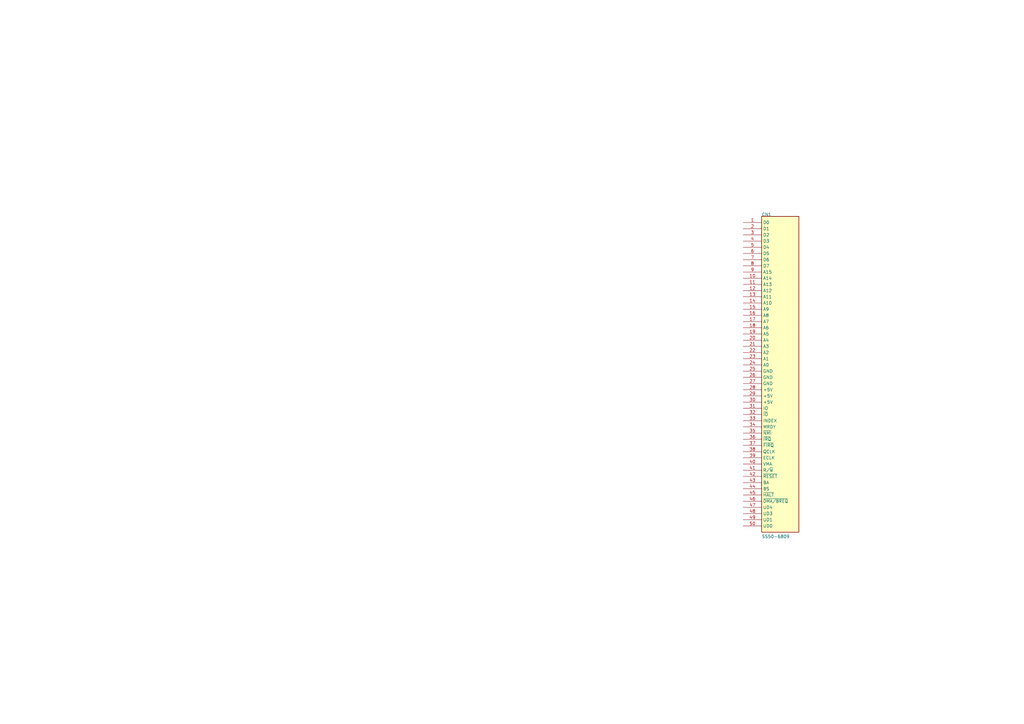
<source format=kicad_sch>
(kicad_sch (version 20231120) (generator "eeschema") (generator_version "8.0")
  (paper "A3")
  (lib_symbols
    (symbol "SS50-6809-altium-import:root_0_SS50-09-100"
      (symbol "root_0_SS50-09-100_1_0"
        (rectangle (start 22.86 0) (end 7.62 -129.54) (stroke (width 0.254) (color 128 0 0 1)) (fill (type background)))
        (pin bidirectional line (at 0 -2.54 0) (length 7.62) (name "D0") (number "1"))
        (pin bidirectional line (at 0 -25.4 0) (length 7.62) (name "A14") (number "10"))
        (pin bidirectional line (at 0 -27.94 0) (length 7.62) (name "A13") (number "11"))
        (pin bidirectional line (at 0 -30.48 0) (length 7.62) (name "A12") (number "12"))
        (pin bidirectional line (at 0 -33.02 0) (length 7.62) (name "A11") (number "13"))
        (pin bidirectional line (at 0 -35.56 0) (length 7.62) (name "A10") (number "14"))
        (pin bidirectional line (at 0 -38.1 0) (length 7.62) (name "A9") (number "15"))
        (pin bidirectional line (at 0 -40.64 0) (length 7.62) (name "A8") (number "16"))
        (pin bidirectional line (at 0 -43.18 0) (length 7.62) (name "A7") (number "17"))
        (pin bidirectional line (at 0 -45.72 0) (length 7.62) (name "A6") (number "18"))
        (pin bidirectional line (at 0 -48.26 0) (length 7.62) (name "A5") (number "19"))
        (pin bidirectional line (at 0 -5.08 0) (length 7.62) (name "D1") (number "2"))
        (pin bidirectional line (at 0 -50.8 0) (length 7.62) (name "A4") (number "20"))
        (pin bidirectional line (at 0 -53.34 0) (length 7.62) (name "A3") (number "21"))
        (pin bidirectional line (at 0 -55.88 0) (length 7.62) (name "A2") (number "22"))
        (pin bidirectional line (at 0 -58.42 0) (length 7.62) (name "A1") (number "23"))
        (pin bidirectional line (at 0 -60.96 0) (length 7.62) (name "A0") (number "24"))
        (pin power_in line (at 0 -63.5 0) (length 7.62) (name "GND") (number "25"))
        (pin power_in line (at 0 -66.04 0) (length 7.62) (name "GND") (number "26"))
        (pin power_in line (at 0 -68.58 0) (length 7.62) (name "GND") (number "27"))
        (pin power_in line (at 0 -71.12 0) (length 7.62) (name "+5V") (number "28"))
        (pin power_in line (at 0 -73.66 0) (length 7.62) (name "+5V") (number "29"))
        (pin bidirectional line (at 0 -7.62 0) (length 7.62) (name "D2") (number "3"))
        (pin power_in line (at 0 -76.2 0) (length 7.62) (name "+5V") (number "30"))
        (pin input line (at 0 -78.74 0) (length 7.62) (name "IO") (number "31"))
        (pin input line (at 0 -81.28 0) (length 7.62) (name "~{IO}") (number "32"))
        (pin passive line (at 0 -83.82 0) (length 7.62) (name "INDEX") (number "33"))
        (pin bidirectional line (at 0 -86.36 0) (length 7.62) (name "MRDY") (number "34"))
        (pin bidirectional line (at 0 -88.9 0) (length 7.62) (name "~{NMI}") (number "35"))
        (pin bidirectional line (at 0 -91.44 0) (length 7.62) (name "~{IRQ}") (number "36"))
        (pin passive line (at 0 -93.98 0) (length 7.62) (name "~{FIRQ}") (number "37"))
        (pin passive line (at 0 -96.52 0) (length 7.62) (name "QCLK") (number "38"))
        (pin bidirectional line (at 0 -99.06 0) (length 7.62) (name "ECLK") (number "39"))
        (pin bidirectional line (at 0 -10.16 0) (length 7.62) (name "D3") (number "4"))
        (pin bidirectional line (at 0 -101.6 0) (length 7.62) (name "VMA") (number "40"))
        (pin bidirectional line (at 0 -104.14 0) (length 7.62) (name "R/~{W}") (number "41"))
        (pin bidirectional line (at 0 -106.68 0) (length 7.62) (name "~{RESET}") (number "42"))
        (pin bidirectional line (at 0 -109.22 0) (length 7.62) (name "BA") (number "43"))
        (pin bidirectional line (at 0 -111.76 0) (length 7.62) (name "BS") (number "44"))
        (pin bidirectional line (at 0 -114.3 0) (length 7.62) (name "~{HALT}") (number "45"))
        (pin bidirectional line (at 0 -116.84 0) (length 7.62) (name "~{DMA/BREQ}") (number "46"))
        (pin bidirectional line (at 0 -119.38 0) (length 7.62) (name "UD4") (number "47"))
        (pin bidirectional line (at 0 -121.92 0) (length 7.62) (name "UD3") (number "48"))
        (pin bidirectional line (at 0 -124.46 0) (length 7.62) (name "UD1") (number "49"))
        (pin bidirectional line (at 0 -12.7 0) (length 7.62) (name "D4") (number "5"))
        (pin bidirectional line (at 0 -127 0) (length 7.62) (name "UD0") (number "50"))
        (pin bidirectional line (at 0 -15.24 0) (length 7.62) (name "D5") (number "6"))
        (pin bidirectional line (at 0 -17.78 0) (length 7.62) (name "D6") (number "7"))
        (pin bidirectional line (at 0 -20.32 0) (length 7.62) (name "D7") (number "8"))
        (pin bidirectional line (at 0 -22.86 0) (length 7.62) (name "A15") (number "9"))
      )
    )
  )
  (symbol (lib_id "SS50-6809-altium-import:root_0_SS50-09-100") (at 304.8 88.7222 0) (unit 1)
    (property "Reference" "CN1" (at 312.42 88.7222 0) (effects (justify left bottom)))
    (property "Value" "SS50-6809" (at 312.42 220.8022 0) (effects (justify left bottom)))
  )
)
</source>
